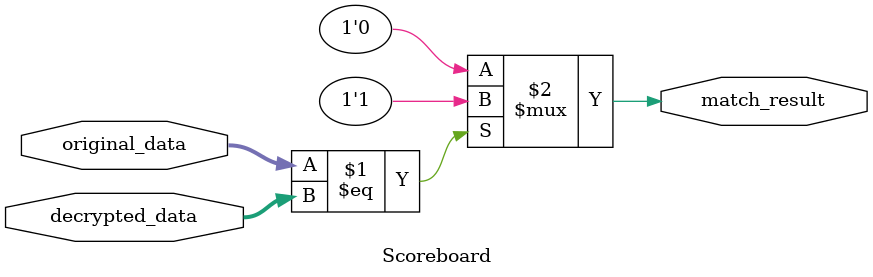
<source format=v>
module Scoreboard (
  input  [63:0] original_data,
  input  [63:0] decrypted_data,
  output        match_result
);

  assign match_result = (original_data == decrypted_data) ? 1'b1 : 1'b0;

endmodule

</source>
